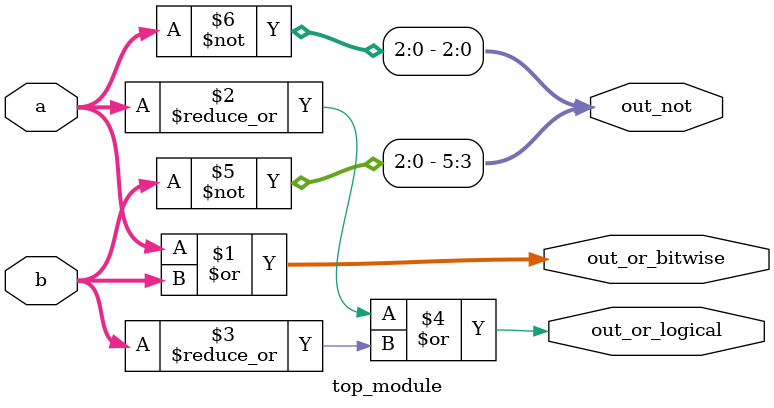
<source format=sv>
module top_module(
	input [2:0] a, 
	input [2:0] b, 
	output [2:0] out_or_bitwise,
	output out_or_logical,
	output [5:0] out_not
);
	assign out_or_bitwise = a | b;                // Bitwise OR
	assign out_or_logical = (|a) | (|b);          // Logical OR (reduce OR on each vector, then OR the results)
	assign out_not[5:3] = ~b;                     // Inverse of b in the upper half
	assign out_not[2:0] = ~a;                     // Inverse of a in the lower half

endmodule

</source>
